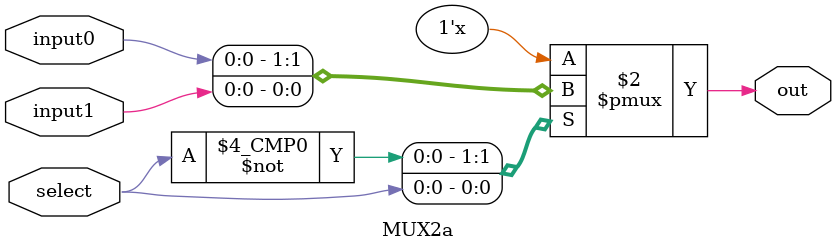
<source format=sv>
module MUX2a(out, input0, input1, select);
  parameter k = 1;
  input [k-1:0] input0, input1;
  output reg [k-1:0] out;
  input select; 
  always_comb begin
    case(select)
      0: out = input0;
      1: out = input1;
      default: out = {k{1'bx}};
    endcase
  end
endmodule : MUX2a
</source>
